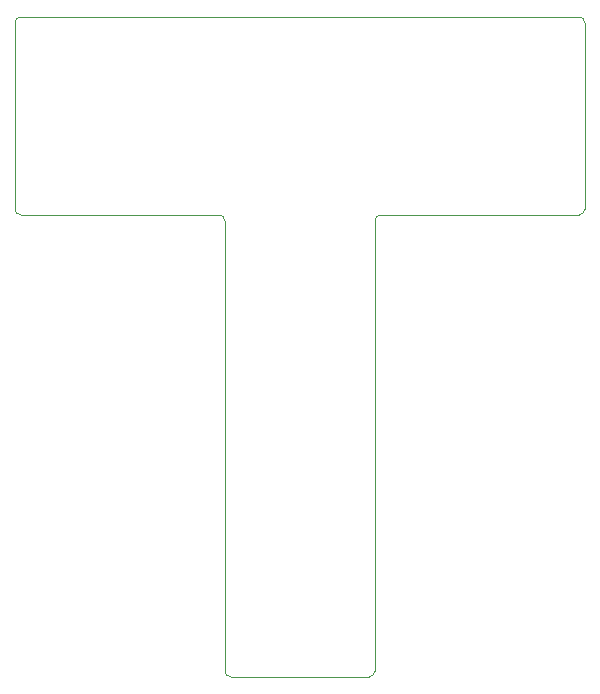
<source format=gm1>
%TF.GenerationSoftware,KiCad,Pcbnew,(6.0.2)*%
%TF.CreationDate,2022-02-16T12:22:25-06:00*%
%TF.ProjectId,BreadboardAdapter26,42726561-6462-46f6-9172-644164617074,rev?*%
%TF.SameCoordinates,Original*%
%TF.FileFunction,Profile,NP*%
%FSLAX46Y46*%
G04 Gerber Fmt 4.6, Leading zero omitted, Abs format (unit mm)*
G04 Created by KiCad (PCBNEW (6.0.2)) date 2022-02-16 12:22:25*
%MOMM*%
%LPD*%
G01*
G04 APERTURE LIST*
%TA.AperFunction,Profile*%
%ADD10C,0.100000*%
%TD*%
G04 APERTURE END LIST*
D10*
X112268000Y-31496000D02*
X159512001Y-31495999D01*
X160020001Y-32003999D02*
G75*
G03*
X159512001Y-31495999I-508001J-1D01*
G01*
X160020001Y-32003999D02*
X160020001Y-47752001D01*
X112268000Y-31496000D02*
G75*
G03*
X111760000Y-32004000I1J-508001D01*
G01*
X142748000Y-48260000D02*
G75*
G03*
X142240000Y-48768000I1J-508001D01*
G01*
X111759999Y-47752001D02*
G75*
G03*
X112267999Y-48260001I508001J1D01*
G01*
X129540000Y-48767999D02*
G75*
G03*
X129032000Y-48259999I-508001J-1D01*
G01*
X129539999Y-86868001D02*
G75*
G03*
X130047999Y-87376001I508001J1D01*
G01*
X141732000Y-87376000D02*
G75*
G03*
X142240000Y-86868000I-1J508001D01*
G01*
X142240000Y-48768000D02*
X142240000Y-86868000D01*
X141732000Y-87376000D02*
X130047999Y-87376001D01*
X111759999Y-47752001D02*
X111760000Y-32004000D01*
X159512001Y-48260001D02*
X142747999Y-48259999D01*
X129032000Y-48260000D02*
X112267999Y-48260001D01*
X129539999Y-86868001D02*
X129540000Y-48767999D01*
X159512001Y-48260001D02*
G75*
G03*
X160020001Y-47752001I-1J508001D01*
G01*
M02*

</source>
